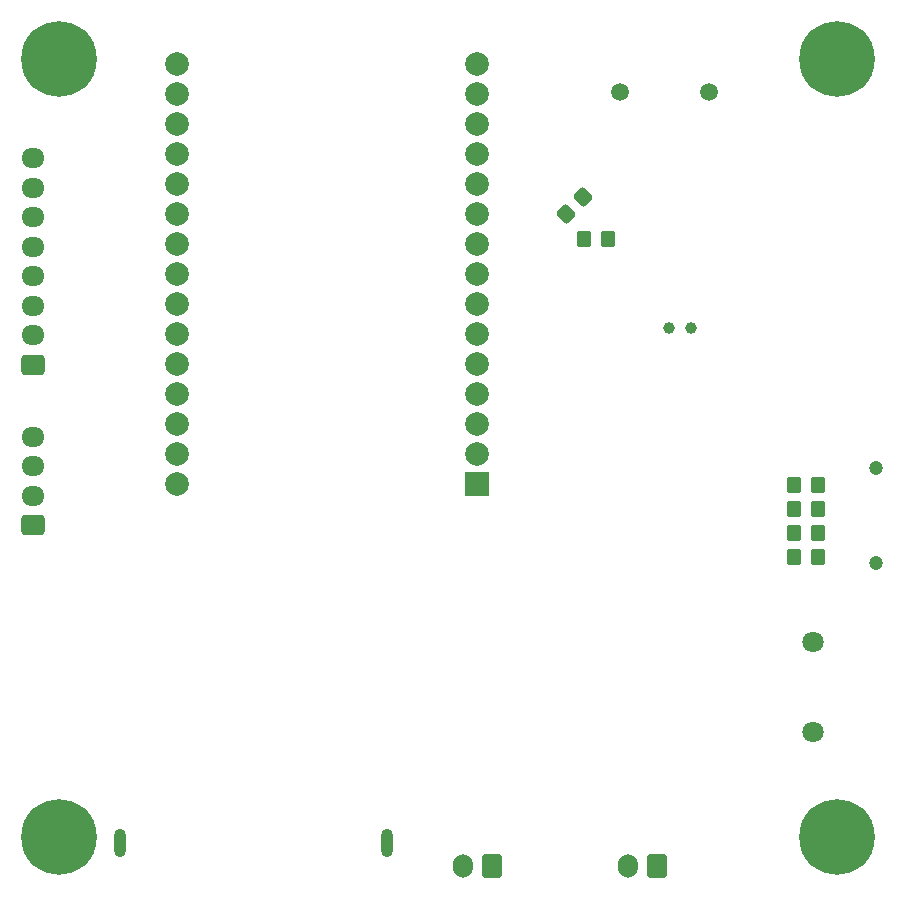
<source format=gbs>
G04 #@! TF.GenerationSoftware,KiCad,Pcbnew,7.0.8*
G04 #@! TF.CreationDate,2023-10-27T20:47:02+03:00*
G04 #@! TF.ProjectId,door-lock-pcb,646f6f72-2d6c-46f6-936b-2d7063622e6b,rev?*
G04 #@! TF.SameCoordinates,Original*
G04 #@! TF.FileFunction,Soldermask,Bot*
G04 #@! TF.FilePolarity,Negative*
%FSLAX46Y46*%
G04 Gerber Fmt 4.6, Leading zero omitted, Abs format (unit mm)*
G04 Created by KiCad (PCBNEW 7.0.8) date 2023-10-27 20:47:02*
%MOMM*%
%LPD*%
G01*
G04 APERTURE LIST*
G04 Aperture macros list*
%AMRoundRect*
0 Rectangle with rounded corners*
0 $1 Rounding radius*
0 $2 $3 $4 $5 $6 $7 $8 $9 X,Y pos of 4 corners*
0 Add a 4 corners polygon primitive as box body*
4,1,4,$2,$3,$4,$5,$6,$7,$8,$9,$2,$3,0*
0 Add four circle primitives for the rounded corners*
1,1,$1+$1,$2,$3*
1,1,$1+$1,$4,$5*
1,1,$1+$1,$6,$7*
1,1,$1+$1,$8,$9*
0 Add four rect primitives between the rounded corners*
20,1,$1+$1,$2,$3,$4,$5,0*
20,1,$1+$1,$4,$5,$6,$7,0*
20,1,$1+$1,$6,$7,$8,$9,0*
20,1,$1+$1,$8,$9,$2,$3,0*%
G04 Aperture macros list end*
%ADD10R,2.000000X2.000000*%
%ADD11C,2.000000*%
%ADD12C,1.800000*%
%ADD13C,0.800000*%
%ADD14C,6.400000*%
%ADD15RoundRect,0.250000X0.725000X-0.600000X0.725000X0.600000X-0.725000X0.600000X-0.725000X-0.600000X0*%
%ADD16O,1.950000X1.700000*%
%ADD17C,1.200000*%
%ADD18RoundRect,0.250000X0.600000X0.750000X-0.600000X0.750000X-0.600000X-0.750000X0.600000X-0.750000X0*%
%ADD19O,1.700000X2.000000*%
%ADD20O,1.000000X2.400000*%
%ADD21C,1.000000*%
%ADD22C,1.500000*%
%ADD23RoundRect,0.250000X0.350000X0.450000X-0.350000X0.450000X-0.350000X-0.450000X0.350000X-0.450000X0*%
%ADD24RoundRect,0.250000X-0.350000X-0.450000X0.350000X-0.450000X0.350000X0.450000X-0.350000X0.450000X0*%
%ADD25RoundRect,0.250000X-0.070711X0.565685X-0.565685X0.070711X0.070711X-0.565685X0.565685X-0.070711X0*%
G04 APERTURE END LIST*
D10*
X165481000Y-101621000D03*
D11*
X165481000Y-99081000D03*
X165481000Y-96541000D03*
X165481000Y-94001000D03*
X165481000Y-91461000D03*
X165481000Y-88921000D03*
X165481000Y-86381000D03*
X165481000Y-83841000D03*
X165481000Y-81301000D03*
X165481000Y-78761000D03*
X165481000Y-76221000D03*
X165481000Y-73681000D03*
X165481000Y-71141000D03*
X165481000Y-68601000D03*
X165481000Y-66061000D03*
X140081000Y-66061000D03*
X140081000Y-68601000D03*
X140081000Y-71141000D03*
X140081000Y-73681000D03*
X140081000Y-76221000D03*
X140081000Y-78761000D03*
X140081000Y-81301000D03*
X140081000Y-83841000D03*
X140081000Y-86381000D03*
X140081000Y-88921000D03*
X140081000Y-91461000D03*
X140081000Y-94001000D03*
X140081000Y-96541000D03*
X140081000Y-99081000D03*
X140081000Y-101621000D03*
D12*
X193929000Y-122672000D03*
X193929000Y-115072000D03*
D13*
X127694056Y-131525944D03*
X128397000Y-129828888D03*
X128397000Y-133223000D03*
X130094056Y-129125944D03*
D14*
X130094056Y-131525944D03*
D13*
X130094056Y-133925944D03*
X131791112Y-129828888D03*
X131791112Y-133223000D03*
X132494056Y-131525944D03*
D15*
X127889000Y-91567000D03*
D16*
X127889000Y-89067000D03*
X127889000Y-86567000D03*
X127889000Y-84067000D03*
X127889000Y-81567000D03*
X127889000Y-79067000D03*
X127889000Y-76567000D03*
X127889000Y-74067000D03*
D17*
X199263000Y-108328000D03*
X199263000Y-100328000D03*
D13*
X193514944Y-131525944D03*
X194217888Y-129828888D03*
X194217888Y-133223000D03*
X195914944Y-129125944D03*
D14*
X195914944Y-131525944D03*
D13*
X195914944Y-133925944D03*
X197612000Y-129828888D03*
X197612000Y-133223000D03*
X198314944Y-131525944D03*
D18*
X166751000Y-133985000D03*
D19*
X164251000Y-133985000D03*
D13*
X127694056Y-65705056D03*
X128397000Y-64008000D03*
X128397000Y-67402112D03*
X130094056Y-63305056D03*
D14*
X130094056Y-65705056D03*
D13*
X130094056Y-68105056D03*
X131791112Y-64008000D03*
X131791112Y-67402112D03*
X132494056Y-65705056D03*
D20*
X157861000Y-132080000D03*
X135255000Y-132080000D03*
D13*
X193514944Y-65705056D03*
X194217888Y-64008000D03*
X194217888Y-67402112D03*
X195914944Y-63305056D03*
D14*
X195914944Y-65705056D03*
D13*
X195914944Y-68105056D03*
X197612000Y-64008000D03*
X197612000Y-67402112D03*
X198314944Y-65705056D03*
D18*
X180721000Y-133985000D03*
D19*
X178221000Y-133985000D03*
D21*
X183576000Y-88435000D03*
X181676000Y-88435000D03*
D15*
X127883500Y-105163000D03*
D16*
X127883500Y-102663000D03*
X127883500Y-100163000D03*
X127883500Y-97663000D03*
D22*
X177583000Y-68453000D03*
X185083000Y-68453000D03*
D23*
X176514000Y-80899000D03*
X174514000Y-80899000D03*
D24*
X192310000Y-103759000D03*
X194310000Y-103759000D03*
X192310000Y-107823000D03*
X194310000Y-107823000D03*
D25*
X174443107Y-77397893D03*
X173028893Y-78812107D03*
D24*
X192310000Y-105791000D03*
X194310000Y-105791000D03*
X192310000Y-101727000D03*
X194310000Y-101727000D03*
M02*

</source>
